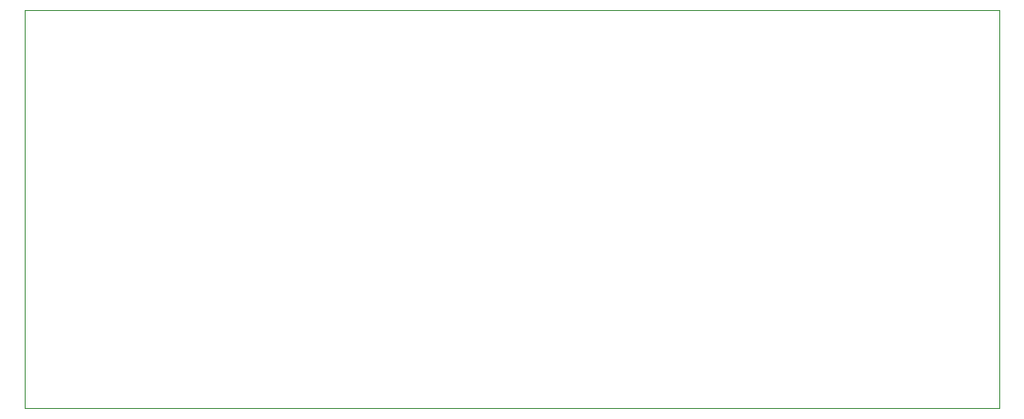
<source format=gbr>
G04 #@! TF.FileFunction,Profile,NP*
%FSLAX46Y46*%
G04 Gerber Fmt 4.6, Leading zero omitted, Abs format (unit mm)*
G04 Created by KiCad (PCBNEW 4.0.0-rc1-stable) date 12/10/2015 23:54:29*
%MOMM*%
G01*
G04 APERTURE LIST*
%ADD10C,0.100000*%
G04 APERTURE END LIST*
D10*
X86360000Y-92710000D02*
X86360000Y-55880000D01*
X176530000Y-92710000D02*
X86360000Y-92710000D01*
X176530000Y-55880000D02*
X176530000Y-92710000D01*
X86360000Y-55880000D02*
X176530000Y-55880000D01*
M02*

</source>
